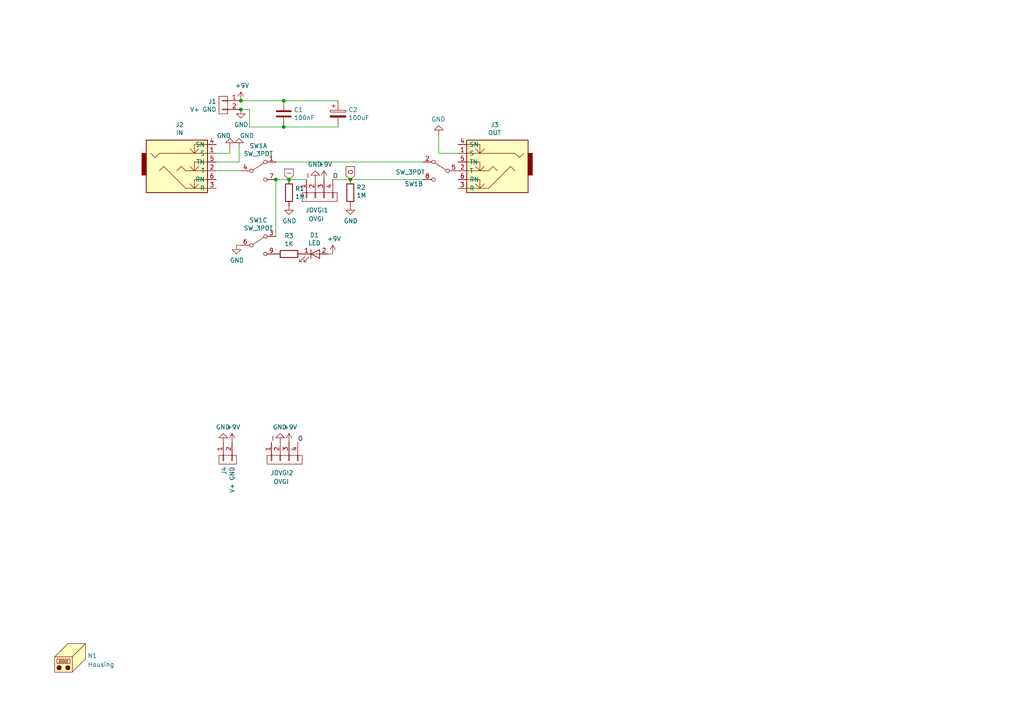
<source format=kicad_sch>
(kicad_sch (version 20230121) (generator eeschema)
  (paper "A4")
  (lib_symbols
    (symbol "1590B-rescue:C-device" (pin_numbers hide) (pin_names (offset 0.254))
      (property "Reference" "C" (at 0.635 2.54 0))
      (property "Value" "device:C" (at 0.635 -2.54 0))
      (symbol "C-device_0_1"
        (polyline (pts (xy -2.032 -0.762) (xy 2.032 -0.762)) (stroke (width 0.508)))
        (polyline (pts (xy -2.032 0.762) (xy 2.032 0.762)) (stroke (width 0.508)))
      )
      (symbol "C-device_1_1"
        (pin passive line (at 0 3.81 270) (length 2.794) (name "~") (number "1"))
        (pin passive line (at 0 -3.81 90) (length 2.794) (name "~") (number "2"))
      )
    )
    (symbol "1590B-rescue:CONN_01X02-conn" (pin_names (offset 1.016) hide)
      (property "Reference" "J" (at 0 3.81 0))
      (property "Value" "conn:CONN_01X02" (at 2.54 0 90))
      (symbol "CONN_01X02-conn_0_1"
        (rectangle (start -1.27 -1.143) (end 0.254 -1.397))
        (rectangle (start -1.27 1.397) (end 0.254 1.143))
        (rectangle (start -1.27 2.54) (end 1.27 -2.54))
      )
      (symbol "CONN_01X02-conn_1_1"
        (pin passive line (at -5.08 1.27 0) (length 3.81) (name "P1") (number "1"))
        (pin passive line (at -5.08 -1.27 0) (length 3.81) (name "P2") (number "2"))
      )
    )
    (symbol "1590B-rescue:CONN_01X04-conn" (pin_names (offset 1.016) hide)
      (property "Reference" "J" (at 0 6.35 0))
      (property "Value" "conn:CONN_01X04" (at 2.54 0 90))
      (symbol "CONN_01X04-conn_0_1"
        (rectangle (start -1.27 -3.683) (end 0.254 -3.937))
        (rectangle (start -1.27 -1.143) (end 0.254 -1.397))
        (rectangle (start -1.27 1.397) (end 0.254 1.143))
        (rectangle (start -1.27 3.937) (end 0.254 3.683))
        (rectangle (start -1.27 5.08) (end 1.27 -5.08))
      )
      (symbol "CONN_01X04-conn_1_1"
        (pin passive line (at -5.08 3.81 0) (length 3.81) (name "P1") (number "1"))
        (pin passive line (at -5.08 1.27 0) (length 3.81) (name "P2") (number "2"))
        (pin passive line (at -5.08 -1.27 0) (length 3.81) (name "P3") (number "3"))
        (pin passive line (at -5.08 -3.81 0) (length 3.81) (name "P4") (number "4"))
      )
    )
    (symbol "1590B-rescue:CP-device" (pin_numbers hide) (pin_names (offset 0.254))
      (property "Reference" "C" (at 0.635 2.54 0))
      (property "Value" "device:CP" (at 0.635 -2.54 0))
      (symbol "CP-device_0_1"
        (rectangle (start -2.286 0.508) (end -2.286 1.016))
        (rectangle (start -2.286 0.508) (end 2.286 0.508))
        (polyline (pts (xy -1.778 2.286) (xy -0.762 2.286)))
        (polyline (pts (xy -1.27 2.794) (xy -1.27 1.778)))
        (rectangle (start 2.286 -0.508) (end -2.286 -1.016) (fill (type outline)))
        (rectangle (start 2.286 1.016) (end -2.286 1.016))
        (rectangle (start 2.286 1.016) (end 2.286 0.508))
      )
      (symbol "CP-device_1_1"
        (pin passive line (at 0 3.81 270) (length 2.794) (name "~") (number "1"))
        (pin passive line (at 0 -3.81 90) (length 2.794) (name "~") (number "2"))
      )
    )
    (symbol "1590B-rescue:JACK_TRS_6PINS-conn" (pin_names (offset 0.762))
      (property "Reference" "J" (at 0 10.16 0))
      (property "Value" "conn:JACK_TRS_6PINS" (at -1.27 -7.62 0))
      (symbol "JACK_TRS_6PINS-conn_0_0"
        (polyline (pts (xy 3.81 -5.08) (xy 3.81 -2.54) (xy 7.62 -2.54)))
        (polyline (pts (xy 3.81 0) (xy 3.81 2.54) (xy 7.62 2.54)))
        (polyline (pts (xy 3.81 5.08) (xy 3.81 7.62) (xy 7.62 7.62)))
        (polyline (pts (xy -8.89 5.08) (xy -7.62 3.81) (xy -6.35 5.08) (xy 7.62 5.08)))
        (polyline (pts (xy -6.35 0) (xy -5.08 1.27) (xy 1.27 -5.08) (xy 7.62 -5.08)))
      )
      (symbol "JACK_TRS_6PINS-conn_0_1"
        (rectangle (start -11.43 5.08) (end -10.16 -1.27) (fill (type outline)))
        (polyline (pts (xy 1.27 0) (xy 7.62 0)))
        (polyline (pts (xy 1.27 0) (xy 0 1.27) (xy -1.27 0) (xy -1.27 0)))
        (polyline (pts (xy 2.54 -3.81) (xy 3.81 -5.08) (xy 5.08 -3.81) (xy 5.08 -3.81)))
        (polyline (pts (xy 2.54 1.27) (xy 3.81 0) (xy 5.08 1.27) (xy 5.08 1.27)))
        (polyline (pts (xy 2.54 6.35) (xy 3.81 5.08) (xy 5.08 6.35) (xy 5.08 6.35)))
        (rectangle (start 7.62 -6.35) (end -10.16 8.89) (stroke (width 0.254)) (fill (type background)))
      )
      (symbol "JACK_TRS_6PINS-conn_1_1"
        (pin passive line (at 10.16 5.08 180) (length 2.54) (name "S") (number "1"))
        (pin passive line (at 10.16 0 180) (length 2.54) (name "T") (number "2"))
        (pin passive line (at 10.16 -5.08 180) (length 2.54) (name "R") (number "3"))
        (pin passive line (at 10.16 7.62 180) (length 2.54) (name "SN") (number "4"))
        (pin passive line (at 10.16 2.54 180) (length 2.54) (name "TN") (number "5"))
        (pin passive line (at 10.16 -2.54 180) (length 2.54) (name "RN") (number "6"))
      )
    )
    (symbol "1590B-rescue:LED-device" (pin_names (offset 1.016) hide)
      (property "Reference" "D" (at 0 2.54 0))
      (property "Value" "device:LED" (at 0 -2.54 0))
      (symbol "LED-device_0_1"
        (polyline (pts (xy -1.27 -1.27) (xy -1.27 1.27)) (stroke (width 0.2032)))
        (polyline (pts (xy -1.27 0) (xy 1.27 0)))
        (polyline (pts (xy 1.27 -1.27) (xy 1.27 1.27) (xy -1.27 0) (xy 1.27 -1.27)) (stroke (width 0.2032)))
        (polyline (pts (xy -3.048 -0.762) (xy -4.572 -2.286) (xy -3.81 -2.286) (xy -4.572 -2.286) (xy -4.572 -1.524)))
        (polyline (pts (xy -1.778 -0.762) (xy -3.302 -2.286) (xy -2.54 -2.286) (xy -3.302 -2.286) (xy -3.302 -1.524)))
      )
      (symbol "LED-device_1_1"
        (pin passive line (at -3.81 0 0) (length 2.54) (name "K") (number "1"))
        (pin passive line (at 3.81 0 180) (length 2.54) (name "A") (number "2"))
      )
    )
    (symbol "1590B-rescue:R-device" (pin_numbers hide) (pin_names (offset 0))
      (property "Reference" "R" (at 2.032 0 90))
      (property "Value" "device:R" (at 0 0 90))
      (symbol "R-device_0_1"
        (rectangle (start -1.016 -2.54) (end 1.016 2.54) (stroke (width 0.254)))
      )
      (symbol "R-device_1_1"
        (pin passive line (at 0 3.81 270) (length 1.27) (name "~") (number "1"))
        (pin passive line (at 0 -3.81 90) (length 1.27) (name "~") (number "2"))
      )
    )
    (symbol "1590B-rescue:SW_3PDT-switches" (pin_names (offset 0) hide)
      (property "Reference" "SW" (at 0 4.318 0))
      (property "Value" "switches:SW_3PDT" (at 0 -5.08 0))
      (symbol "SW_3PDT-switches_0_0"
        (circle (center -2.032 0) (radius 0.508))
        (circle (center 2.032 -2.54) (radius 0.508))
      )
      (symbol "SW_3PDT-switches_0_1"
        (polyline (pts (xy -1.524 0.254) (xy 1.651 2.286)))
        (circle (center 2.032 2.54) (radius 0.508))
      )
      (symbol "SW_3PDT-switches_1_1"
        (pin passive line (at 5.08 2.54 180) (length 2.54) (name "A") (number "1"))
        (pin passive line (at -5.08 0 0) (length 2.54) (name "B") (number "4"))
        (pin passive line (at 5.08 -2.54 180) (length 2.54) (name "C") (number "7"))
      )
      (symbol "SW_3PDT-switches_2_1"
        (pin passive line (at 5.08 2.54 180) (length 2.54) (name "A") (number "2"))
        (pin passive line (at -5.08 0 0) (length 2.54) (name "B") (number "5"))
        (pin passive line (at 5.08 -2.54 180) (length 2.54) (name "C") (number "8"))
      )
      (symbol "SW_3PDT-switches_3_1"
        (pin passive line (at 5.08 2.54 180) (length 2.54) (name "A") (number "3"))
        (pin passive line (at -5.08 0 0) (length 2.54) (name "B") (number "6"))
        (pin passive line (at 5.08 -2.54 180) (length 2.54) (name "C") (number "9"))
      )
    )
    (symbol "Mechanical:Housing" (pin_names (offset 1.016))
      (property "Reference" "N" (at 3.81 0 0))
      (property "Value" "Housing" (at 3.81 -1.905 0))
      (symbol "Housing_0_1"
        (rectangle (start -5.08 -0.635) (end -1.27 -1.905))
        (circle (center -4.445 -3.175) (radius 0.635) (fill (type outline)))
        (circle (center -1.905 -3.175) (radius 0.635) (fill (type outline)))
        (polyline (pts (xy -4.5212 -1.5748) (xy -4.4704 -1.3716)))
        (polyline (pts (xy -4.4196 -1.6764) (xy -4.064 -1.6764)))
        (polyline (pts (xy -4.4196 -1.2192) (xy -4.3688 -0.9652)))
        (polyline (pts (xy -4.318 -1.3208) (xy -4.0132 -1.3208)))
        (polyline (pts (xy -4.2164 -0.9144) (xy -3.9116 -0.9144)))
        (polyline (pts (xy -3.9116 -1.6256) (xy -3.8608 -1.3716)))
        (polyline (pts (xy -3.81 -1.2192) (xy -3.7592 -0.9652)))
        (polyline (pts (xy -3.6068 -1.5748) (xy -3.556 -1.3716)))
        (polyline (pts (xy -3.5052 -1.6764) (xy -3.1496 -1.6764)))
        (polyline (pts (xy -3.5052 -1.2192) (xy -3.4544 -0.9652)))
        (polyline (pts (xy -3.4036 -1.3208) (xy -3.0988 -1.3208)))
        (polyline (pts (xy -3.302 -0.9144) (xy -2.9972 -0.9144)))
        (polyline (pts (xy -2.9972 -1.6256) (xy -2.9464 -1.3716)))
        (polyline (pts (xy -2.8956 -1.2192) (xy -2.8448 -0.9652)))
        (polyline (pts (xy -2.6924 -1.5748) (xy -2.6416 -1.3716)))
        (polyline (pts (xy -2.5908 -1.6764) (xy -2.2352 -1.6764)))
        (polyline (pts (xy -2.5908 -1.2192) (xy -2.54 -0.9652)))
        (polyline (pts (xy -2.4892 -1.3208) (xy -2.1844 -1.3208)))
        (polyline (pts (xy -2.3876 -0.9144) (xy -2.0828 -0.9144)))
        (polyline (pts (xy -2.0828 -1.6256) (xy -2.032 -1.3716)))
        (polyline (pts (xy -1.9812 -1.2192) (xy -1.9304 -0.9652)))
        (polyline (pts (xy -0.635 0) (xy -0.635 -4.445)))
        (polyline (pts (xy -5.715 0) (xy -0.635 0) (xy 3.175 3.81)))
        (polyline (pts (xy -5.715 0) (xy -5.715 -4.445) (xy -0.635 -4.445) (xy 3.175 -0.635) (xy 3.175 3.81) (xy -1.905 3.81) (xy -5.715 0)) (fill (type background)))
      )
    )
    (symbol "power:+9V" (power) (pin_names (offset 0))
      (property "Value" "+9V" (at 0 3.556 0))
      (symbol "+9V_0_1"
        (polyline (pts (xy -0.762 1.27) (xy 0 2.54)))
        (polyline (pts (xy 0 0) (xy 0 2.54)))
        (polyline (pts (xy 0 2.54) (xy 0.762 1.27)))
      )
      (symbol "+9V_1_1"
        (pin power_in line (at 0 0 90) (length 0) hide (name "+9V") (number "1"))
      )
    )
    (symbol "power:GND" (power) (pin_names (offset 0))
      (property "Value" "GND" (at 0 -3.81 0))
      (symbol "GND_0_1"
        (polyline (pts (xy 0 0) (xy 0 -1.27) (xy 1.27 -1.27) (xy 0 -2.54) (xy -1.27 -1.27) (xy 0 -1.27)))
      )
      (symbol "GND_1_1"
        (pin power_in line (at 0 0 270) (length 0) hide (name "GND") (number "1"))
      )
    )
  )
  (junction (at 82.296 29.21))
  (junction (at 101.6 52.07))
  (junction (at 80.01 52.07))
  (junction (at 83.82 52.07))
  (junction (at 69.85 31.75))
  (junction (at 82.296 36.83))
  (junction (at 69.85 29.21))
  (wire (pts (xy 72.39 36.83) (xy 82.296 36.83)))
  (wire (pts (xy 80.01 52.07) (xy 83.82 52.07)))
  (wire (pts (xy 72.39 31.75) (xy 72.39 36.83)))
  (wire (pts (xy 62.738 49.53) (xy 69.85 49.53)))
  (wire (pts (xy 69.85 71.12) (xy 68.58 71.12)))
  (wire (pts (xy 69.85 31.75) (xy 72.39 31.75)))
  (wire (pts (xy 122.682 52.07) (xy 101.6 52.07)))
  (wire (pts (xy 62.738 44.45) (xy 66.675 44.45)))
  (wire (pts (xy 82.296 36.83) (xy 98.044 36.83)))
  (wire (pts (xy 69.342 42.672) (xy 69.342 46.99)))
  (wire (pts (xy 80.01 52.07) (xy 80.01 68.58)))
  (wire (pts (xy 80.01 46.99) (xy 122.682 46.99)))
  (wire (pts (xy 66.675 42.672) (xy 66.675 44.45)))
  (wire (pts (xy 127.254 38.989) (xy 127.254 44.45)))
  (wire (pts (xy 83.82 52.07) (xy 88.9 52.07)))
  (wire (pts (xy 96.52 52.07) (xy 101.6 52.07)))
  (wire (pts (xy 98.044 29.21) (xy 82.296 29.21)))
  (wire (pts (xy 69.85 29.21) (xy 82.296 29.21)))
  (wire (pts (xy 69.342 46.99) (xy 62.738 46.99)))
  (wire (pts (xy 127.254 44.45) (xy 132.842 44.45)))
  (wire (pts (xy 95.25 73.66) (xy 96.52 73.66)))
  (label "O" (at 96.52 52.07 0))
  (label "I" (at 88.9 52.07 0))
  (label "I" (at 78.74 128.27 0))
  (label "O" (at 86.36 128.27 0))
  (global_label "I" (shape input) (at 83.82 52.07 90) (property "Intersheetrefs" "${INTERSHEET_REFS}" (effects hide)))
  (global_label "O" (shape input) (at 101.6 52.07 90) (property "Intersheetrefs" "${INTERSHEET_REFS}" (effects hide)))
  (symbol (lib_id "1590B-rescue:JACK_TRS_6PINS-conn") (at 143.002 49.53 0) (mirror y) (unit 1)
    (property "Reference" "J3" (at 143.4592 36.195 0))
    (property "Value" "OUT" (at 143.4592 38.5064 0))
    (property "Footprint" "Connector_Audio:Jack_6.35mm_Neutrik_NMJ6HCD2_Horizontal" (effects hide))
    (instances (project "1590B" (path "" (reference "J3") (unit 1)) (path "" (reference "J4") (unit 1))))
  )
  (symbol (lib_id "1590B-rescue:R-device") (at 83.82 55.88 0) (unit 1)
    (property "Reference" "R1" (at 85.598 54.7116 0) (effects (justify left)))
    (property "Value" "1M" (at 85.598 57.023 0) (effects (justify left)))
    (property "Footprint" "Resistors_ThroughHole:Resistor_Horizontal_RM7mm" (effects hide))
  )
  (symbol (lib_id "1590B-rescue:R-device") (at 101.6 55.88 0) (unit 1)
    (property "Reference" "R2" (at 103.378 54.356 0) (effects (justify left)))
    (property "Value" "1M" (at 103.378 56.6674 0) (effects (justify left)))
    (property "Footprint" "Resistors_ThroughHole:Resistor_Horizontal_RM7mm" (effects hide))
    (instances (project "1590B" (path "" (reference "R2") (unit 1)) (path "" (reference "R3") (unit 1))))
  )
  (symbol (lib_id "1590B-rescue:C-device") (at 82.296 33.02 180) (unit 1)
    (property "Reference" "C1" (at 85.217 31.8516 0) (effects (justify right)))
    (property "Value" "100nF" (at 85.217 34.163 0) (effects (justify right)))
    (property "Footprint" "Capacitors_ThroughHole:C_Rect_L7_W3.5_P5" (effects hide))
  )
  (symbol (lib_id "1590B-rescue:CONN_01X04-conn") (at 82.55 133.35 90) (mirror x) (unit 1)
    (property "Reference" "JOVGI2" (at 85.09 137.16 90) (effects (justify left)))
    (property "Value" "OVGI" (at 83.82 139.7 90) (effects (justify left)))
    (property "Footprint" "Pin_Headers:Pin_Header_Straight_1x04_Pitch2.54mm" (effects hide))
    (instances (project "1590B" (path "" (reference "JOVGI2") (unit 1)) (path "" (reference "JOVGI1") (unit 1))))
  )
  (symbol (lib_id "power:GND") (at 83.82 59.69 0) (unit 1)
    (property "Reference" "#PWR05" (effects hide))
    (property "Value" "GND" (at 83.947 64.0842 0))
    (instances (project "1590B" (path "" (reference "#PWR05") (unit 1)) (path "" (reference "#PWR09") (unit 1))))
  )
  (symbol (lib_id "1590B-rescue:SW_3PDT-switches") (at 74.93 71.12 0) (unit 3)
    (property "Reference" "SW1" (at 74.93 63.881 0))
    (property "Value" "SW_3PDT" (at 74.93 66.1924 0))
    (property "Footprint" "KiCad Lib:3PDT-Footswitch" (effects hide))
  )
  (symbol (lib_id "power:GND") (at 64.77 128.27 180) (unit 1)
    (property "Reference" "#PWR014" (effects hide))
    (property "Value" "GND" (at 64.643 123.8758 0))
    (instances (project "1590B" (path "" (reference "#PWR014") (unit 1)) (path "" (reference "#PWR01") (unit 1))))
  )
  (symbol (lib_id "power:GND") (at 66.675 42.672 180) (unit 1)
    (property "Reference" "#PWR011" (effects hide))
    (property "Value" "GND" (at 64.897 39.37 0))
    (instances (project "1590B" (path "" (reference "#PWR011") (unit 1)) (path "" (reference "#PWR06") (unit 1))))
  )
  (symbol (lib_id "power:+9V") (at 96.52 73.66 0) (unit 1)
    (property "Reference" "#PWR08" (effects hide))
    (property "Value" "+9V" (at 96.901 69.2658 0))
    (instances (project "1590B" (path "" (reference "#PWR08") (unit 1)) (path "" (reference "#PWR013") (unit 1))))
  )
  (symbol (lib_id "Mechanical:Housing") (at 21.59 190.5 0) (unit 1)
    (property "Reference" "N1" (at 25.4 190.1825 0) (effects (justify left)))
    (property "Value" "Housing" (at 25.4 192.7225 0) (effects (justify left)))
    (property "Footprint" "Pedal-Components:1590B" (effects hide))
  )
  (symbol (lib_id "power:+9V") (at 67.31 128.27 0) (unit 1)
    (property "Reference" "#PWR015" (effects hide))
    (property "Value" "+9V" (at 67.691 123.8758 0))
    (instances (project "1590B" (path "" (reference "#PWR015") (unit 1)) (path "" (reference "#PWR02") (unit 1))))
  )
  (symbol (lib_id "power:+9V") (at 69.85 29.21 0) (unit 1)
    (property "Reference" "#PWR01" (effects hide))
    (property "Value" "+9V" (at 70.231 24.8158 0))
    (instances (project "1590B" (path "" (reference "#PWR01") (unit 1)) (path "" (reference "#PWR04") (unit 1))))
  )
  (symbol (lib_id "1590B-rescue:CONN_01X02-conn") (at 64.77 30.48 0) (mirror y) (unit 1)
    (property "Reference" "J1" (at 62.7888 29.4386 0) (effects (justify left)))
    (property "Value" "V+ GND" (at 62.7888 31.75 0) (effects (justify left)))
    (property "Footprint" "Connector_PinHeader_2.54mm:PinHeader_1x02_P2.54mm_Vertical" (effects hide))
    (instances (project "1590B" (path "" (reference "J1") (unit 1)) (path "" (reference "J2") (unit 1))))
  )
  (symbol (lib_id "power:GND") (at 101.6 59.69 0) (unit 1)
    (property "Reference" "#PWR06" (effects hide))
    (property "Value" "GND" (at 101.727 64.0842 0))
    (instances (project "1590B" (path "" (reference "#PWR06") (unit 1)) (path "" (reference "#PWR014") (unit 1))))
  )
  (symbol (lib_id "1590B-rescue:R-device") (at 83.82 73.66 270) (unit 1)
    (property "Reference" "R3" (at 83.82 68.4022 90))
    (property "Value" "1K" (at 83.82 70.7136 90))
    (property "Footprint" "Resistors_ThroughHole:Resistor_Horizontal_RM7mm" (effects hide))
    (instances (project "1590B" (path "" (reference "R3") (unit 1)) (path "" (reference "R2") (unit 1))))
  )
  (symbol (lib_id "power:+9V") (at 93.98 52.07 0) (unit 1)
    (property "Reference" "#PWR04" (effects hide))
    (property "Value" "+9V" (at 94.361 47.6758 0))
    (instances (project "1590B" (path "" (reference "#PWR04") (unit 1)) (path "" (reference "#PWR012") (unit 1))))
  )
  (symbol (lib_id "1590B-rescue:SW_3PDT-switches") (at 74.93 49.53 0) (unit 1)
    (property "Reference" "SW1" (at 74.93 42.291 0))
    (property "Value" "SW_3PDT" (at 74.93 44.6024 0))
    (property "Footprint" "KiCad Lib:3PDT-Footswitch" (effects hide))
  )
  (symbol (lib_id "1590B-rescue:JACK_TRS_6PINS-conn") (at 52.578 49.53 0) (unit 1)
    (property "Reference" "J2" (at 52.0954 36.195 0))
    (property "Value" "IN" (at 52.0954 38.5064 0))
    (property "Footprint" "Connector_Audio:Jack_6.35mm_Neutrik_NMJ6HCD2_Horizontal" (effects hide))
    (instances (project "1590B" (path "" (reference "J2") (unit 1)) (path "" (reference "J1") (unit 1))))
  )
  (symbol (lib_id "power:GND") (at 69.342 42.672 180) (unit 1)
    (property "Reference" "#PWR013" (effects hide))
    (property "Value" "GND" (at 71.628 39.37 0))
    (instances (project "1590B" (path "" (reference "#PWR013") (unit 1)) (path "" (reference "#PWR07") (unit 1))))
  )
  (symbol (lib_id "power:+9V") (at 83.82 128.27 0) (unit 1)
    (property "Reference" "#PWR010" (effects hide))
    (property "Value" "+9V" (at 84.201 123.8758 0))
  )
  (symbol (lib_id "power:GND") (at 81.28 128.27 180) (unit 1)
    (property "Reference" "#PWR09" (effects hide))
    (property "Value" "GND" (at 81.153 123.8758 0))
    (instances (project "1590B" (path "" (reference "#PWR09") (unit 1)) (path "" (reference "#PWR08") (unit 1))))
  )
  (symbol (lib_id "power:GND") (at 127.254 38.989 180) (unit 1)
    (property "Reference" "#PWR012" (effects hide))
    (property "Value" "GND" (at 127.127 34.5948 0))
    (instances (project "1590B" (path "" (reference "#PWR012") (unit 1)) (path "" (reference "#PWR015") (unit 1))))
  )
  (symbol (lib_id "power:GND") (at 68.58 71.12 0) (unit 1)
    (property "Reference" "#PWR07" (effects hide))
    (property "Value" "GND" (at 68.707 75.5142 0))
    (instances (project "1590B" (path "" (reference "#PWR07") (unit 1)) (path "" (reference "#PWR03") (unit 1))))
  )
  (symbol (lib_id "power:GND") (at 91.44 52.07 180) (unit 1)
    (property "Reference" "#PWR03" (effects hide))
    (property "Value" "GND" (at 91.313 47.6758 0))
    (instances (project "1590B" (path "" (reference "#PWR03") (unit 1)) (path "" (reference "#PWR011") (unit 1))))
  )
  (symbol (lib_id "1590B-rescue:CONN_01X02-conn") (at 66.04 133.35 90) (mirror x) (unit 1)
    (property "Reference" "J4" (at 64.9986 135.3312 0) (effects (justify left)))
    (property "Value" "V+ GND" (at 67.31 135.3312 0) (effects (justify left)))
    (property "Footprint" "Connector_PinHeader_2.54mm:PinHeader_1x02_P2.54mm_Vertical" (effects hide))
    (instances (project "1590B" (path "" (reference "J4") (unit 1)) (path "" (reference "J3") (unit 1))))
  )
  (symbol (lib_id "1590B-rescue:LED-device") (at 91.44 73.66 0) (unit 1)
    (property "Reference" "D1" (at 91.2114 68.1736 0))
    (property "Value" "LED" (at 91.2114 70.485 0))
    (property "Footprint" "LEDs:LED-5MM" (effects hide))
  )
  (symbol (lib_id "1590B-rescue:CP-device") (at 98.044 33.02 0) (unit 1)
    (property "Reference" "C2" (at 101.0412 31.8516 0) (effects (justify left)))
    (property "Value" "100uF" (at 101.0412 34.163 0) (effects (justify left)))
    (property "Footprint" "Capacitors_THT:CP_Radial_D8.0mm_P2.50mm" (effects hide))
  )
  (symbol (lib_id "power:GND") (at 69.85 31.75 0) (unit 1)
    (property "Reference" "#PWR02" (effects hide))
    (property "Value" "GND" (at 69.977 36.1442 0))
    (instances (project "1590B" (path "" (reference "#PWR02") (unit 1)) (path "" (reference "#PWR05") (unit 1))))
  )
  (symbol (lib_id "1590B-rescue:SW_3PDT-switches") (at 127.762 49.53 0) (mirror y) (unit 2)
    (property "Reference" "SW1" (at 120.015 53.34 0))
    (property "Value" "SW_3PDT" (at 118.999 49.911 0))
    (property "Footprint" "KiCad Lib:3PDT-Footswitch" (effects hide))
  )
  (symbol (lib_id "1590B-rescue:CONN_01X04-conn") (at 92.71 57.15 90) (mirror x) (unit 1)
    (property "Reference" "JOVGI1" (at 95.25 60.96 90) (effects (justify left)))
    (property "Value" "OVGI" (at 93.98 63.5 90) (effects (justify left)))
    (property "Footprint" "Pin_Headers:Pin_Header_Straight_1x04_Pitch2.54mm" (effects hide))
    (instances (project "1590B" (path "" (reference "JOVGI1") (unit 1)) (path "" (reference "JOVGI2") (unit 1))))
  )
)
</source>
